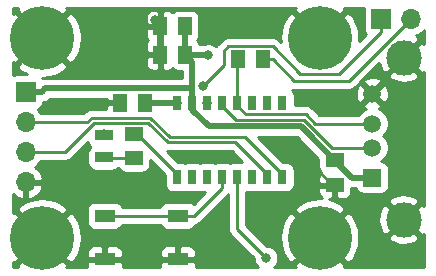
<source format=gbr>
G04 #@! TF.GenerationSoftware,KiCad,Pcbnew,5.1.0-unknown-ee14da3~82~ubuntu16.04.1*
G04 #@! TF.CreationDate,2019-04-08T19:12:28+02:00*
G04 #@! TF.ProjectId,UsbAmpel,55736241-6d70-4656-9c2e-6b696361645f,rev?*
G04 #@! TF.SameCoordinates,Original*
G04 #@! TF.FileFunction,Copper,L1,Top*
G04 #@! TF.FilePolarity,Positive*
%FSLAX46Y46*%
G04 Gerber Fmt 4.6, Leading zero omitted, Abs format (unit mm)*
G04 Created by KiCad (PCBNEW 5.1.0-unknown-ee14da3~82~ubuntu16.04.1) date 2019-04-08 19:12:28*
%MOMM*%
%LPD*%
G04 APERTURE LIST*
%ADD10R,1.145000X1.500000*%
%ADD11C,0.800000*%
%ADD12C,5.400000*%
%ADD13R,1.800000X1.100000*%
%ADD14O,1.700000X1.700000*%
%ADD15R,1.700000X1.700000*%
%ADD16R,0.800000X1.300000*%
%ADD17R,1.500000X1.145000*%
%ADD18R,1.500000X0.970000*%
%ADD19C,3.000000*%
%ADD20R,1.500000X1.500000*%
%ADD21C,1.500000*%
%ADD22C,0.250000*%
%ADD23C,0.500000*%
%ADD24C,0.254000*%
G04 APERTURE END LIST*
D10*
X190955000Y-100711000D03*
X193040000Y-100711000D03*
X190955000Y-98298000D03*
X193040000Y-98298000D03*
D11*
X205901891Y-97882109D03*
X204470000Y-97289000D03*
X203038109Y-97882109D03*
X202445000Y-99314000D03*
X203038109Y-100745891D03*
X204470000Y-101339000D03*
X205901891Y-100745891D03*
X206495000Y-99314000D03*
D12*
X204470000Y-99314000D03*
D13*
X192457000Y-118055000D03*
X186257000Y-118055000D03*
X192457000Y-114355000D03*
X186257000Y-114355000D03*
D11*
X205901891Y-114773109D03*
X204470000Y-114180000D03*
X203038109Y-114773109D03*
X202445000Y-116205000D03*
X203038109Y-117636891D03*
X204470000Y-118230000D03*
X205901891Y-117636891D03*
X206495000Y-116205000D03*
D12*
X204470000Y-116205000D03*
D11*
X182406891Y-114773109D03*
X180975000Y-114180000D03*
X179543109Y-114773109D03*
X178950000Y-116205000D03*
X179543109Y-117636891D03*
X180975000Y-118230000D03*
X182406891Y-117636891D03*
X183000000Y-116205000D03*
D12*
X180975000Y-116205000D03*
D11*
X182406891Y-97882109D03*
X180975000Y-97289000D03*
X179543109Y-97882109D03*
X178950000Y-99314000D03*
X179543109Y-100745891D03*
X180975000Y-101339000D03*
X182406891Y-100745891D03*
X183000000Y-99314000D03*
D12*
X180975000Y-99314000D03*
D14*
X179578000Y-111506000D03*
X179578000Y-108966000D03*
X179578000Y-106426000D03*
D15*
X179578000Y-103886000D03*
D14*
X212217000Y-97663000D03*
D15*
X209677000Y-97663000D03*
D16*
X192400000Y-104800000D03*
X193680000Y-104800000D03*
X194940000Y-104800000D03*
X196210000Y-104800000D03*
X197490000Y-104800000D03*
X198760000Y-104800000D03*
X200020000Y-104800000D03*
X201300000Y-104800000D03*
X201300000Y-111100000D03*
X200020000Y-111100000D03*
X198760000Y-111100000D03*
X197490000Y-111100000D03*
X196210000Y-111100000D03*
X194940000Y-111100000D03*
X193680000Y-111100000D03*
X192400000Y-111100000D03*
D17*
X188722000Y-107415500D03*
X188722000Y-109500500D03*
D10*
X197559000Y-101092000D03*
X199644000Y-101092000D03*
D18*
X186182000Y-109413000D03*
X186182000Y-107503000D03*
D19*
X211585000Y-114685000D03*
X211585000Y-100965000D03*
D20*
X208915000Y-111125000D03*
D21*
X208915000Y-108585000D03*
X208915000Y-106555000D03*
X208915000Y-104015000D03*
D17*
X205740000Y-111760000D03*
X205740000Y-109675000D03*
D10*
X187552500Y-104775000D03*
X189637500Y-104775000D03*
D11*
X203073000Y-108585000D03*
X187452000Y-104775000D03*
X186182000Y-107442000D03*
X200025000Y-114935000D03*
X190500000Y-115570000D03*
X190500000Y-97790000D03*
X200025000Y-97790000D03*
X184785000Y-108585000D03*
X194945000Y-109220000D03*
X194945000Y-104775000D03*
X194564000Y-103378000D03*
X192400000Y-104800000D03*
X195035000Y-100787000D03*
X199935000Y-117932000D03*
D22*
X194940000Y-104780000D02*
X194945000Y-104775000D01*
X194940000Y-104800000D02*
X194940000Y-104780000D01*
X205562500Y-111760000D02*
X203073000Y-109270500D01*
X203073000Y-109270500D02*
X203073000Y-109093000D01*
X205740000Y-111760000D02*
X205562500Y-111760000D01*
X203073000Y-109093000D02*
X203073000Y-108585000D01*
D23*
X187552500Y-104775000D02*
X187452000Y-104775000D01*
X186182000Y-107503000D02*
X186182000Y-107442000D01*
X190955000Y-100711000D02*
X190955000Y-98298000D01*
D22*
X200466500Y-101092000D02*
X199644000Y-101092000D01*
X212217000Y-97663000D02*
X206940989Y-102939011D01*
X202313511Y-102939011D02*
X200466500Y-101092000D01*
X206940989Y-102939011D02*
X202313511Y-102939011D01*
D23*
X192375000Y-104775000D02*
X192400000Y-104800000D01*
X189637500Y-104775000D02*
X192375000Y-104775000D01*
D22*
X196726499Y-100016999D02*
X196342000Y-100401498D01*
X200476501Y-100016999D02*
X196726499Y-100016999D01*
X202798503Y-102339001D02*
X200476501Y-100016999D01*
X209677000Y-98763000D02*
X206100999Y-102339001D01*
X209677000Y-97663000D02*
X209677000Y-98763000D01*
X206100999Y-102339001D02*
X202798503Y-102339001D01*
X196342000Y-101600000D02*
X194564000Y-103378000D01*
X196342000Y-100401498D02*
X196342000Y-101600000D01*
D23*
X193680000Y-105415000D02*
X193680000Y-104800000D01*
X207190000Y-111125000D02*
X202865023Y-106800023D01*
X208915000Y-111125000D02*
X207190000Y-111125000D01*
X202865023Y-106800023D02*
X195065023Y-106800023D01*
X195065023Y-106800023D02*
X193680000Y-105415000D01*
X193680000Y-101351000D02*
X193040000Y-100711000D01*
X193680000Y-104800000D02*
X193680000Y-101351000D01*
X193040000Y-100711000D02*
X193040000Y-98298000D01*
X194959000Y-100711000D02*
X195035000Y-100787000D01*
X193040000Y-100711000D02*
X194959000Y-100711000D01*
X179578000Y-103886000D02*
X180928000Y-103886000D01*
X193680000Y-103650000D02*
X193680000Y-104800000D01*
X193604999Y-103574999D02*
X193680000Y-103650000D01*
X180928000Y-103886000D02*
X181239001Y-103574999D01*
X181239001Y-103574999D02*
X193604999Y-103574999D01*
D22*
X186269500Y-109500500D02*
X186182000Y-109413000D01*
X188722000Y-109500500D02*
X186269500Y-109500500D01*
X196210000Y-105050000D02*
X196210000Y-104800000D01*
X205484590Y-108585000D02*
X203124602Y-106225012D01*
X203124602Y-106225012D02*
X197385012Y-106225012D01*
X208915000Y-108585000D02*
X205484590Y-108585000D01*
X197385012Y-106225012D02*
X196210000Y-105050000D01*
X203311002Y-105775001D02*
X204091000Y-106555000D01*
X197490000Y-105050000D02*
X198215001Y-105775001D01*
X204091000Y-106555000D02*
X207854340Y-106555000D01*
X207854340Y-106555000D02*
X208915000Y-106555000D01*
X198215001Y-105775001D02*
X203311002Y-105775001D01*
X197490000Y-101161000D02*
X197559000Y-101092000D01*
X197490000Y-104800000D02*
X197490000Y-101161000D01*
X188965500Y-107415500D02*
X188722000Y-107415500D01*
X192400000Y-110850000D02*
X188965500Y-107415500D01*
X192400000Y-111100000D02*
X192400000Y-110850000D01*
X186257000Y-114355000D02*
X192457000Y-114355000D01*
X196210000Y-112000000D02*
X196210000Y-111100000D01*
X193855000Y-114355000D02*
X196210000Y-112000000D01*
X192457000Y-114355000D02*
X193855000Y-114355000D01*
X197490000Y-115487000D02*
X199935000Y-117932000D01*
X197490000Y-111100000D02*
X197490000Y-115487000D01*
X179578000Y-106426000D02*
X184802587Y-106426000D01*
X184802587Y-106426000D02*
X185183587Y-106045000D01*
X185183587Y-106045000D02*
X190119000Y-106045000D01*
X190119000Y-106045000D02*
X191770000Y-107696000D01*
X201300000Y-110850000D02*
X201300000Y-111100000D01*
X198146000Y-107696000D02*
X201300000Y-110850000D01*
X191770000Y-107696000D02*
X198146000Y-107696000D01*
X189955589Y-106517999D02*
X185346998Y-106517999D01*
X200020000Y-111100000D02*
X200020000Y-110850000D01*
X191583600Y-108146011D02*
X189955589Y-106517999D01*
X200020000Y-110850000D02*
X197316011Y-108146011D01*
X180780081Y-108966000D02*
X179578000Y-108966000D01*
X185346998Y-106517999D02*
X182898997Y-108966000D01*
X182898997Y-108966000D02*
X180780081Y-108966000D01*
X197316011Y-108146011D02*
X191583600Y-108146011D01*
D24*
G36*
X184842498Y-108232180D02*
G01*
X184901463Y-108342494D01*
X184980815Y-108439185D01*
X185003741Y-108458000D01*
X184980815Y-108476815D01*
X184901463Y-108573506D01*
X184842498Y-108683820D01*
X184806188Y-108803518D01*
X184793928Y-108928000D01*
X184793928Y-109898000D01*
X184806188Y-110022482D01*
X184842498Y-110142180D01*
X184901463Y-110252494D01*
X184980815Y-110349185D01*
X185077506Y-110428537D01*
X185187820Y-110487502D01*
X185307518Y-110523812D01*
X185432000Y-110536072D01*
X186932000Y-110536072D01*
X187056482Y-110523812D01*
X187176180Y-110487502D01*
X187286494Y-110428537D01*
X187383185Y-110349185D01*
X187393129Y-110337068D01*
X187441463Y-110427494D01*
X187520815Y-110524185D01*
X187617506Y-110603537D01*
X187727820Y-110662502D01*
X187847518Y-110698812D01*
X187972000Y-110711072D01*
X189472000Y-110711072D01*
X189596482Y-110698812D01*
X189716180Y-110662502D01*
X189826494Y-110603537D01*
X189923185Y-110524185D01*
X190002537Y-110427494D01*
X190061502Y-110317180D01*
X190097812Y-110197482D01*
X190110072Y-110073000D01*
X190110072Y-109634874D01*
X191361928Y-110886731D01*
X191361928Y-111750000D01*
X191374188Y-111874482D01*
X191410498Y-111994180D01*
X191469463Y-112104494D01*
X191548815Y-112201185D01*
X191645506Y-112280537D01*
X191755820Y-112339502D01*
X191875518Y-112375812D01*
X192000000Y-112388072D01*
X192800000Y-112388072D01*
X192924482Y-112375812D01*
X193040000Y-112340770D01*
X193155518Y-112375812D01*
X193280000Y-112388072D01*
X194080000Y-112388072D01*
X194204482Y-112375812D01*
X194310000Y-112343803D01*
X194415518Y-112375812D01*
X194540000Y-112388072D01*
X194747126Y-112388072D01*
X193793465Y-113341734D01*
X193711494Y-113274463D01*
X193601180Y-113215498D01*
X193481482Y-113179188D01*
X193357000Y-113166928D01*
X191557000Y-113166928D01*
X191432518Y-113179188D01*
X191312820Y-113215498D01*
X191202506Y-113274463D01*
X191105815Y-113353815D01*
X191026463Y-113450506D01*
X190967498Y-113560820D01*
X190957130Y-113595000D01*
X187756870Y-113595000D01*
X187746502Y-113560820D01*
X187687537Y-113450506D01*
X187608185Y-113353815D01*
X187511494Y-113274463D01*
X187401180Y-113215498D01*
X187281482Y-113179188D01*
X187157000Y-113166928D01*
X185357000Y-113166928D01*
X185232518Y-113179188D01*
X185112820Y-113215498D01*
X185002506Y-113274463D01*
X184905815Y-113353815D01*
X184826463Y-113450506D01*
X184767498Y-113560820D01*
X184731188Y-113680518D01*
X184718928Y-113805000D01*
X184718928Y-114905000D01*
X184731188Y-115029482D01*
X184767498Y-115149180D01*
X184826463Y-115259494D01*
X184905815Y-115356185D01*
X185002506Y-115435537D01*
X185112820Y-115494502D01*
X185232518Y-115530812D01*
X185357000Y-115543072D01*
X187157000Y-115543072D01*
X187281482Y-115530812D01*
X187401180Y-115494502D01*
X187511494Y-115435537D01*
X187608185Y-115356185D01*
X187687537Y-115259494D01*
X187746502Y-115149180D01*
X187756870Y-115115000D01*
X190957130Y-115115000D01*
X190967498Y-115149180D01*
X191026463Y-115259494D01*
X191105815Y-115356185D01*
X191202506Y-115435537D01*
X191312820Y-115494502D01*
X191432518Y-115530812D01*
X191557000Y-115543072D01*
X193357000Y-115543072D01*
X193481482Y-115530812D01*
X193601180Y-115494502D01*
X193711494Y-115435537D01*
X193808185Y-115356185D01*
X193887537Y-115259494D01*
X193946502Y-115149180D01*
X193958858Y-115108448D01*
X194003986Y-115104003D01*
X194147247Y-115060546D01*
X194279276Y-114989974D01*
X194395001Y-114895001D01*
X194418804Y-114865997D01*
X196721004Y-112563798D01*
X196730000Y-112556415D01*
X196730001Y-115449668D01*
X196726324Y-115487000D01*
X196740998Y-115635985D01*
X196784454Y-115779246D01*
X196855026Y-115911276D01*
X196860617Y-115918088D01*
X196950000Y-116027001D01*
X196978998Y-116050799D01*
X198900000Y-117971802D01*
X198900000Y-118033939D01*
X198939774Y-118233898D01*
X199017795Y-118422256D01*
X199131063Y-118591774D01*
X199259289Y-118720000D01*
X193983746Y-118720000D01*
X193995072Y-118605000D01*
X193992000Y-118340750D01*
X193833250Y-118182000D01*
X192584000Y-118182000D01*
X192584000Y-118202000D01*
X192330000Y-118202000D01*
X192330000Y-118182000D01*
X191080750Y-118182000D01*
X190922000Y-118340750D01*
X190918928Y-118605000D01*
X190930254Y-118720000D01*
X187783746Y-118720000D01*
X187795072Y-118605000D01*
X187792000Y-118340750D01*
X187633250Y-118182000D01*
X186384000Y-118182000D01*
X186384000Y-118202000D01*
X186130000Y-118202000D01*
X186130000Y-118182000D01*
X184880750Y-118182000D01*
X184722000Y-118340750D01*
X184718928Y-118605000D01*
X184730254Y-118720000D01*
X183024637Y-118720000D01*
X183140769Y-118550374D01*
X180975000Y-116384605D01*
X178809231Y-118550374D01*
X178925363Y-118720000D01*
X178460000Y-118720000D01*
X178460000Y-118254637D01*
X178629626Y-118370769D01*
X180795395Y-116205000D01*
X181154605Y-116205000D01*
X183320374Y-118370769D01*
X183758828Y-118070589D01*
X184062133Y-117505000D01*
X184718928Y-117505000D01*
X184722000Y-117769250D01*
X184880750Y-117928000D01*
X186130000Y-117928000D01*
X186130000Y-117028750D01*
X186384000Y-117028750D01*
X186384000Y-117928000D01*
X187633250Y-117928000D01*
X187792000Y-117769250D01*
X187795072Y-117505000D01*
X190918928Y-117505000D01*
X190922000Y-117769250D01*
X191080750Y-117928000D01*
X192330000Y-117928000D01*
X192330000Y-117028750D01*
X192584000Y-117028750D01*
X192584000Y-117928000D01*
X193833250Y-117928000D01*
X193992000Y-117769250D01*
X193995072Y-117505000D01*
X193982812Y-117380518D01*
X193946502Y-117260820D01*
X193887537Y-117150506D01*
X193808185Y-117053815D01*
X193711494Y-116974463D01*
X193601180Y-116915498D01*
X193481482Y-116879188D01*
X193357000Y-116866928D01*
X192742750Y-116870000D01*
X192584000Y-117028750D01*
X192330000Y-117028750D01*
X192171250Y-116870000D01*
X191557000Y-116866928D01*
X191432518Y-116879188D01*
X191312820Y-116915498D01*
X191202506Y-116974463D01*
X191105815Y-117053815D01*
X191026463Y-117150506D01*
X190967498Y-117260820D01*
X190931188Y-117380518D01*
X190918928Y-117505000D01*
X187795072Y-117505000D01*
X187782812Y-117380518D01*
X187746502Y-117260820D01*
X187687537Y-117150506D01*
X187608185Y-117053815D01*
X187511494Y-116974463D01*
X187401180Y-116915498D01*
X187281482Y-116879188D01*
X187157000Y-116866928D01*
X186542750Y-116870000D01*
X186384000Y-117028750D01*
X186130000Y-117028750D01*
X185971250Y-116870000D01*
X185357000Y-116866928D01*
X185232518Y-116879188D01*
X185112820Y-116915498D01*
X185002506Y-116974463D01*
X184905815Y-117053815D01*
X184826463Y-117150506D01*
X184767498Y-117260820D01*
X184731188Y-117380518D01*
X184718928Y-117505000D01*
X184062133Y-117505000D01*
X184069296Y-117491644D01*
X184260852Y-116863254D01*
X184326134Y-116209569D01*
X184262634Y-115555707D01*
X184072792Y-114926797D01*
X183763904Y-114347008D01*
X183758828Y-114339411D01*
X183320374Y-114039231D01*
X181154605Y-116205000D01*
X180795395Y-116205000D01*
X178629626Y-114039231D01*
X178460000Y-114155363D01*
X178460000Y-113859626D01*
X178809231Y-113859626D01*
X180975000Y-116025395D01*
X183140769Y-113859626D01*
X182840589Y-113421172D01*
X182261644Y-113110704D01*
X181633254Y-112919148D01*
X180979569Y-112853866D01*
X180325707Y-112917366D01*
X179696797Y-113107208D01*
X179117008Y-113416096D01*
X179109411Y-113421172D01*
X178809231Y-113859626D01*
X178460000Y-113859626D01*
X178460000Y-112478903D01*
X178480412Y-112506269D01*
X178696645Y-112701178D01*
X178946748Y-112850157D01*
X179221109Y-112947481D01*
X179451000Y-112826814D01*
X179451000Y-111633000D01*
X179705000Y-111633000D01*
X179705000Y-112826814D01*
X179934891Y-112947481D01*
X180209252Y-112850157D01*
X180459355Y-112701178D01*
X180675588Y-112506269D01*
X180849641Y-112272920D01*
X180974825Y-112010099D01*
X181019476Y-111862890D01*
X180898155Y-111633000D01*
X179705000Y-111633000D01*
X179451000Y-111633000D01*
X179431000Y-111633000D01*
X179431000Y-111379000D01*
X179451000Y-111379000D01*
X179451000Y-111359000D01*
X179705000Y-111359000D01*
X179705000Y-111379000D01*
X180898155Y-111379000D01*
X181019476Y-111149110D01*
X180974825Y-111001901D01*
X180849641Y-110739080D01*
X180675588Y-110505731D01*
X180459355Y-110310822D01*
X180342477Y-110241201D01*
X180407014Y-110206706D01*
X180633134Y-110021134D01*
X180818706Y-109795014D01*
X180855595Y-109726000D01*
X182861675Y-109726000D01*
X182898997Y-109729676D01*
X182936319Y-109726000D01*
X182936330Y-109726000D01*
X183047983Y-109715003D01*
X183191244Y-109671546D01*
X183323273Y-109600974D01*
X183438998Y-109506001D01*
X183462801Y-109476997D01*
X184811106Y-108128693D01*
X184842498Y-108232180D01*
X184842498Y-108232180D01*
G37*
X184842498Y-108232180D02*
X184901463Y-108342494D01*
X184980815Y-108439185D01*
X185003741Y-108458000D01*
X184980815Y-108476815D01*
X184901463Y-108573506D01*
X184842498Y-108683820D01*
X184806188Y-108803518D01*
X184793928Y-108928000D01*
X184793928Y-109898000D01*
X184806188Y-110022482D01*
X184842498Y-110142180D01*
X184901463Y-110252494D01*
X184980815Y-110349185D01*
X185077506Y-110428537D01*
X185187820Y-110487502D01*
X185307518Y-110523812D01*
X185432000Y-110536072D01*
X186932000Y-110536072D01*
X187056482Y-110523812D01*
X187176180Y-110487502D01*
X187286494Y-110428537D01*
X187383185Y-110349185D01*
X187393129Y-110337068D01*
X187441463Y-110427494D01*
X187520815Y-110524185D01*
X187617506Y-110603537D01*
X187727820Y-110662502D01*
X187847518Y-110698812D01*
X187972000Y-110711072D01*
X189472000Y-110711072D01*
X189596482Y-110698812D01*
X189716180Y-110662502D01*
X189826494Y-110603537D01*
X189923185Y-110524185D01*
X190002537Y-110427494D01*
X190061502Y-110317180D01*
X190097812Y-110197482D01*
X190110072Y-110073000D01*
X190110072Y-109634874D01*
X191361928Y-110886731D01*
X191361928Y-111750000D01*
X191374188Y-111874482D01*
X191410498Y-111994180D01*
X191469463Y-112104494D01*
X191548815Y-112201185D01*
X191645506Y-112280537D01*
X191755820Y-112339502D01*
X191875518Y-112375812D01*
X192000000Y-112388072D01*
X192800000Y-112388072D01*
X192924482Y-112375812D01*
X193040000Y-112340770D01*
X193155518Y-112375812D01*
X193280000Y-112388072D01*
X194080000Y-112388072D01*
X194204482Y-112375812D01*
X194310000Y-112343803D01*
X194415518Y-112375812D01*
X194540000Y-112388072D01*
X194747126Y-112388072D01*
X193793465Y-113341734D01*
X193711494Y-113274463D01*
X193601180Y-113215498D01*
X193481482Y-113179188D01*
X193357000Y-113166928D01*
X191557000Y-113166928D01*
X191432518Y-113179188D01*
X191312820Y-113215498D01*
X191202506Y-113274463D01*
X191105815Y-113353815D01*
X191026463Y-113450506D01*
X190967498Y-113560820D01*
X190957130Y-113595000D01*
X187756870Y-113595000D01*
X187746502Y-113560820D01*
X187687537Y-113450506D01*
X187608185Y-113353815D01*
X187511494Y-113274463D01*
X187401180Y-113215498D01*
X187281482Y-113179188D01*
X187157000Y-113166928D01*
X185357000Y-113166928D01*
X185232518Y-113179188D01*
X185112820Y-113215498D01*
X185002506Y-113274463D01*
X184905815Y-113353815D01*
X184826463Y-113450506D01*
X184767498Y-113560820D01*
X184731188Y-113680518D01*
X184718928Y-113805000D01*
X184718928Y-114905000D01*
X184731188Y-115029482D01*
X184767498Y-115149180D01*
X184826463Y-115259494D01*
X184905815Y-115356185D01*
X185002506Y-115435537D01*
X185112820Y-115494502D01*
X185232518Y-115530812D01*
X185357000Y-115543072D01*
X187157000Y-115543072D01*
X187281482Y-115530812D01*
X187401180Y-115494502D01*
X187511494Y-115435537D01*
X187608185Y-115356185D01*
X187687537Y-115259494D01*
X187746502Y-115149180D01*
X187756870Y-115115000D01*
X190957130Y-115115000D01*
X190967498Y-115149180D01*
X191026463Y-115259494D01*
X191105815Y-115356185D01*
X191202506Y-115435537D01*
X191312820Y-115494502D01*
X191432518Y-115530812D01*
X191557000Y-115543072D01*
X193357000Y-115543072D01*
X193481482Y-115530812D01*
X193601180Y-115494502D01*
X193711494Y-115435537D01*
X193808185Y-115356185D01*
X193887537Y-115259494D01*
X193946502Y-115149180D01*
X193958858Y-115108448D01*
X194003986Y-115104003D01*
X194147247Y-115060546D01*
X194279276Y-114989974D01*
X194395001Y-114895001D01*
X194418804Y-114865997D01*
X196721004Y-112563798D01*
X196730000Y-112556415D01*
X196730001Y-115449668D01*
X196726324Y-115487000D01*
X196740998Y-115635985D01*
X196784454Y-115779246D01*
X196855026Y-115911276D01*
X196860617Y-115918088D01*
X196950000Y-116027001D01*
X196978998Y-116050799D01*
X198900000Y-117971802D01*
X198900000Y-118033939D01*
X198939774Y-118233898D01*
X199017795Y-118422256D01*
X199131063Y-118591774D01*
X199259289Y-118720000D01*
X193983746Y-118720000D01*
X193995072Y-118605000D01*
X193992000Y-118340750D01*
X193833250Y-118182000D01*
X192584000Y-118182000D01*
X192584000Y-118202000D01*
X192330000Y-118202000D01*
X192330000Y-118182000D01*
X191080750Y-118182000D01*
X190922000Y-118340750D01*
X190918928Y-118605000D01*
X190930254Y-118720000D01*
X187783746Y-118720000D01*
X187795072Y-118605000D01*
X187792000Y-118340750D01*
X187633250Y-118182000D01*
X186384000Y-118182000D01*
X186384000Y-118202000D01*
X186130000Y-118202000D01*
X186130000Y-118182000D01*
X184880750Y-118182000D01*
X184722000Y-118340750D01*
X184718928Y-118605000D01*
X184730254Y-118720000D01*
X183024637Y-118720000D01*
X183140769Y-118550374D01*
X180975000Y-116384605D01*
X178809231Y-118550374D01*
X178925363Y-118720000D01*
X178460000Y-118720000D01*
X178460000Y-118254637D01*
X178629626Y-118370769D01*
X180795395Y-116205000D01*
X181154605Y-116205000D01*
X183320374Y-118370769D01*
X183758828Y-118070589D01*
X184062133Y-117505000D01*
X184718928Y-117505000D01*
X184722000Y-117769250D01*
X184880750Y-117928000D01*
X186130000Y-117928000D01*
X186130000Y-117028750D01*
X186384000Y-117028750D01*
X186384000Y-117928000D01*
X187633250Y-117928000D01*
X187792000Y-117769250D01*
X187795072Y-117505000D01*
X190918928Y-117505000D01*
X190922000Y-117769250D01*
X191080750Y-117928000D01*
X192330000Y-117928000D01*
X192330000Y-117028750D01*
X192584000Y-117028750D01*
X192584000Y-117928000D01*
X193833250Y-117928000D01*
X193992000Y-117769250D01*
X193995072Y-117505000D01*
X193982812Y-117380518D01*
X193946502Y-117260820D01*
X193887537Y-117150506D01*
X193808185Y-117053815D01*
X193711494Y-116974463D01*
X193601180Y-116915498D01*
X193481482Y-116879188D01*
X193357000Y-116866928D01*
X192742750Y-116870000D01*
X192584000Y-117028750D01*
X192330000Y-117028750D01*
X192171250Y-116870000D01*
X191557000Y-116866928D01*
X191432518Y-116879188D01*
X191312820Y-116915498D01*
X191202506Y-116974463D01*
X191105815Y-117053815D01*
X191026463Y-117150506D01*
X190967498Y-117260820D01*
X190931188Y-117380518D01*
X190918928Y-117505000D01*
X187795072Y-117505000D01*
X187782812Y-117380518D01*
X187746502Y-117260820D01*
X187687537Y-117150506D01*
X187608185Y-117053815D01*
X187511494Y-116974463D01*
X187401180Y-116915498D01*
X187281482Y-116879188D01*
X187157000Y-116866928D01*
X186542750Y-116870000D01*
X186384000Y-117028750D01*
X186130000Y-117028750D01*
X185971250Y-116870000D01*
X185357000Y-116866928D01*
X185232518Y-116879188D01*
X185112820Y-116915498D01*
X185002506Y-116974463D01*
X184905815Y-117053815D01*
X184826463Y-117150506D01*
X184767498Y-117260820D01*
X184731188Y-117380518D01*
X184718928Y-117505000D01*
X184062133Y-117505000D01*
X184069296Y-117491644D01*
X184260852Y-116863254D01*
X184326134Y-116209569D01*
X184262634Y-115555707D01*
X184072792Y-114926797D01*
X183763904Y-114347008D01*
X183758828Y-114339411D01*
X183320374Y-114039231D01*
X181154605Y-116205000D01*
X180795395Y-116205000D01*
X178629626Y-114039231D01*
X178460000Y-114155363D01*
X178460000Y-113859626D01*
X178809231Y-113859626D01*
X180975000Y-116025395D01*
X183140769Y-113859626D01*
X182840589Y-113421172D01*
X182261644Y-113110704D01*
X181633254Y-112919148D01*
X180979569Y-112853866D01*
X180325707Y-112917366D01*
X179696797Y-113107208D01*
X179117008Y-113416096D01*
X179109411Y-113421172D01*
X178809231Y-113859626D01*
X178460000Y-113859626D01*
X178460000Y-112478903D01*
X178480412Y-112506269D01*
X178696645Y-112701178D01*
X178946748Y-112850157D01*
X179221109Y-112947481D01*
X179451000Y-112826814D01*
X179451000Y-111633000D01*
X179705000Y-111633000D01*
X179705000Y-112826814D01*
X179934891Y-112947481D01*
X180209252Y-112850157D01*
X180459355Y-112701178D01*
X180675588Y-112506269D01*
X180849641Y-112272920D01*
X180974825Y-112010099D01*
X181019476Y-111862890D01*
X180898155Y-111633000D01*
X179705000Y-111633000D01*
X179451000Y-111633000D01*
X179431000Y-111633000D01*
X179431000Y-111379000D01*
X179451000Y-111379000D01*
X179451000Y-111359000D01*
X179705000Y-111359000D01*
X179705000Y-111379000D01*
X180898155Y-111379000D01*
X181019476Y-111149110D01*
X180974825Y-111001901D01*
X180849641Y-110739080D01*
X180675588Y-110505731D01*
X180459355Y-110310822D01*
X180342477Y-110241201D01*
X180407014Y-110206706D01*
X180633134Y-110021134D01*
X180818706Y-109795014D01*
X180855595Y-109726000D01*
X182861675Y-109726000D01*
X182898997Y-109729676D01*
X182936319Y-109726000D01*
X182936330Y-109726000D01*
X183047983Y-109715003D01*
X183191244Y-109671546D01*
X183323273Y-109600974D01*
X183438998Y-109506001D01*
X183462801Y-109476997D01*
X184811106Y-108128693D01*
X184842498Y-108232180D01*
G36*
X213335001Y-99780676D02*
G01*
X213076653Y-99652952D01*
X211764605Y-100965000D01*
X213076653Y-102277048D01*
X213335001Y-102149324D01*
X213335000Y-113500676D01*
X213076653Y-113372952D01*
X211764605Y-114685000D01*
X213076653Y-115997048D01*
X213335000Y-115869324D01*
X213335000Y-118720000D01*
X206519637Y-118720000D01*
X206635769Y-118550374D01*
X204470000Y-116384605D01*
X202304231Y-118550374D01*
X202420363Y-118720000D01*
X200610711Y-118720000D01*
X200738937Y-118591774D01*
X200852205Y-118422256D01*
X200930226Y-118233898D01*
X200970000Y-118033939D01*
X200970000Y-117830061D01*
X200930226Y-117630102D01*
X200852205Y-117441744D01*
X200738937Y-117272226D01*
X200594774Y-117128063D01*
X200425256Y-117014795D01*
X200236898Y-116936774D01*
X200036939Y-116897000D01*
X199974802Y-116897000D01*
X199278233Y-116200431D01*
X201118866Y-116200431D01*
X201182366Y-116854293D01*
X201372208Y-117483203D01*
X201681096Y-118062992D01*
X201686172Y-118070589D01*
X202124626Y-118370769D01*
X204290395Y-116205000D01*
X204649605Y-116205000D01*
X206815374Y-118370769D01*
X207253828Y-118070589D01*
X207564296Y-117491644D01*
X207755852Y-116863254D01*
X207821134Y-116209569D01*
X207817938Y-116176653D01*
X210272952Y-116176653D01*
X210428962Y-116492214D01*
X210803745Y-116683020D01*
X211208551Y-116797044D01*
X211627824Y-116829902D01*
X212045451Y-116780334D01*
X212445383Y-116650243D01*
X212741038Y-116492214D01*
X212897048Y-116176653D01*
X211585000Y-114864605D01*
X210272952Y-116176653D01*
X207817938Y-116176653D01*
X207757634Y-115555707D01*
X207567792Y-114926797D01*
X207461788Y-114727824D01*
X209440098Y-114727824D01*
X209489666Y-115145451D01*
X209619757Y-115545383D01*
X209777786Y-115841038D01*
X210093347Y-115997048D01*
X211405395Y-114685000D01*
X210093347Y-113372952D01*
X209777786Y-113528962D01*
X209586980Y-113903745D01*
X209472956Y-114308551D01*
X209440098Y-114727824D01*
X207461788Y-114727824D01*
X207258904Y-114347008D01*
X207253828Y-114339411D01*
X206815374Y-114039231D01*
X204649605Y-116205000D01*
X204290395Y-116205000D01*
X202124626Y-114039231D01*
X201686172Y-114339411D01*
X201375704Y-114918356D01*
X201184148Y-115546746D01*
X201118866Y-116200431D01*
X199278233Y-116200431D01*
X198250000Y-115172199D01*
X198250000Y-113859626D01*
X202304231Y-113859626D01*
X204470000Y-116025395D01*
X206635769Y-113859626D01*
X206335589Y-113421172D01*
X205910753Y-113193347D01*
X210272952Y-113193347D01*
X211585000Y-114505395D01*
X212897048Y-113193347D01*
X212741038Y-112877786D01*
X212366255Y-112686980D01*
X211961449Y-112572956D01*
X211542176Y-112540098D01*
X211124549Y-112589666D01*
X210724617Y-112719757D01*
X210428962Y-112877786D01*
X210272952Y-113193347D01*
X205910753Y-113193347D01*
X205756644Y-113110704D01*
X205290426Y-112968584D01*
X205454250Y-112967500D01*
X205613000Y-112808750D01*
X205613000Y-111887000D01*
X204513750Y-111887000D01*
X204355000Y-112045750D01*
X204351928Y-112332500D01*
X204364188Y-112456982D01*
X204400498Y-112576680D01*
X204459463Y-112686994D01*
X204538815Y-112783685D01*
X204635506Y-112863037D01*
X204651384Y-112871524D01*
X204474569Y-112853866D01*
X203820707Y-112917366D01*
X203191797Y-113107208D01*
X202612008Y-113416096D01*
X202604411Y-113421172D01*
X202304231Y-113859626D01*
X198250000Y-113859626D01*
X198250000Y-112377238D01*
X198360000Y-112388072D01*
X199160000Y-112388072D01*
X199284482Y-112375812D01*
X199390000Y-112343803D01*
X199495518Y-112375812D01*
X199620000Y-112388072D01*
X200420000Y-112388072D01*
X200544482Y-112375812D01*
X200660000Y-112340770D01*
X200775518Y-112375812D01*
X200900000Y-112388072D01*
X201700000Y-112388072D01*
X201824482Y-112375812D01*
X201944180Y-112339502D01*
X202054494Y-112280537D01*
X202151185Y-112201185D01*
X202230537Y-112104494D01*
X202289502Y-111994180D01*
X202325812Y-111874482D01*
X202338072Y-111750000D01*
X202338072Y-110450000D01*
X202325812Y-110325518D01*
X202289502Y-110205820D01*
X202230537Y-110095506D01*
X202151185Y-109998815D01*
X202054494Y-109919463D01*
X201944180Y-109860498D01*
X201824482Y-109824188D01*
X201700000Y-109811928D01*
X201336730Y-109811928D01*
X199209824Y-107685023D01*
X202498445Y-107685023D01*
X204351928Y-109538506D01*
X204351928Y-110247500D01*
X204364188Y-110371982D01*
X204400498Y-110491680D01*
X204459463Y-110601994D01*
X204538815Y-110698685D01*
X204561741Y-110717500D01*
X204538815Y-110736315D01*
X204459463Y-110833006D01*
X204400498Y-110943320D01*
X204364188Y-111063018D01*
X204351928Y-111187500D01*
X204355000Y-111474250D01*
X204513750Y-111633000D01*
X205613000Y-111633000D01*
X205613000Y-111613000D01*
X205867000Y-111613000D01*
X205867000Y-111633000D01*
X205887000Y-111633000D01*
X205887000Y-111887000D01*
X205867000Y-111887000D01*
X205867000Y-112808750D01*
X206025750Y-112967500D01*
X206490000Y-112970572D01*
X206614482Y-112958312D01*
X206734180Y-112922002D01*
X206844494Y-112863037D01*
X206941185Y-112783685D01*
X207020537Y-112686994D01*
X207079502Y-112576680D01*
X207115812Y-112456982D01*
X207128072Y-112332500D01*
X207125000Y-112045750D01*
X207082993Y-112003743D01*
X207146523Y-112010000D01*
X207146533Y-112010000D01*
X207189999Y-112014281D01*
X207233465Y-112010000D01*
X207542379Y-112010000D01*
X207575498Y-112119180D01*
X207634463Y-112229494D01*
X207713815Y-112326185D01*
X207810506Y-112405537D01*
X207920820Y-112464502D01*
X208040518Y-112500812D01*
X208165000Y-112513072D01*
X209665000Y-112513072D01*
X209789482Y-112500812D01*
X209909180Y-112464502D01*
X210019494Y-112405537D01*
X210116185Y-112326185D01*
X210195537Y-112229494D01*
X210254502Y-112119180D01*
X210290812Y-111999482D01*
X210303072Y-111875000D01*
X210303072Y-110375000D01*
X210290812Y-110250518D01*
X210254502Y-110130820D01*
X210195537Y-110020506D01*
X210116185Y-109923815D01*
X210019494Y-109844463D01*
X209909180Y-109785498D01*
X209789482Y-109749188D01*
X209681517Y-109738555D01*
X209797886Y-109660799D01*
X209990799Y-109467886D01*
X210142371Y-109241043D01*
X210246775Y-108988989D01*
X210300000Y-108721411D01*
X210300000Y-108448589D01*
X210246775Y-108181011D01*
X210142371Y-107928957D01*
X209990799Y-107702114D01*
X209858685Y-107570000D01*
X209990799Y-107437886D01*
X210142371Y-107211043D01*
X210246775Y-106958989D01*
X210300000Y-106691411D01*
X210300000Y-106418589D01*
X210246775Y-106151011D01*
X210142371Y-105898957D01*
X209990799Y-105672114D01*
X209797886Y-105479201D01*
X209571043Y-105327629D01*
X209471721Y-105286489D01*
X209513832Y-105271277D01*
X209626863Y-105210860D01*
X209692388Y-104971993D01*
X208915000Y-104194605D01*
X208137612Y-104971993D01*
X208203137Y-105210860D01*
X208361477Y-105285164D01*
X208258957Y-105327629D01*
X208032114Y-105479201D01*
X207839201Y-105672114D01*
X207757091Y-105795000D01*
X204405802Y-105795000D01*
X203874801Y-105263998D01*
X203851003Y-105235000D01*
X203735278Y-105140027D01*
X203603249Y-105069455D01*
X203459988Y-105025998D01*
X203348335Y-105015001D01*
X203348325Y-105015001D01*
X203311002Y-105011325D01*
X203273680Y-105015001D01*
X202338072Y-105015001D01*
X202338072Y-104150000D01*
X202331916Y-104087492D01*
X207525188Y-104087492D01*
X207566035Y-104357238D01*
X207658723Y-104613832D01*
X207719140Y-104726863D01*
X207958007Y-104792388D01*
X208735395Y-104015000D01*
X209094605Y-104015000D01*
X209871993Y-104792388D01*
X210110860Y-104726863D01*
X210226760Y-104479884D01*
X210292250Y-104215040D01*
X210304812Y-103942508D01*
X210263965Y-103672762D01*
X210171277Y-103416168D01*
X210110860Y-103303137D01*
X209871993Y-103237612D01*
X209094605Y-104015000D01*
X208735395Y-104015000D01*
X207958007Y-103237612D01*
X207719140Y-103303137D01*
X207603240Y-103550116D01*
X207537750Y-103814960D01*
X207525188Y-104087492D01*
X202331916Y-104087492D01*
X202325812Y-104025518D01*
X202289502Y-103905820D01*
X202230537Y-103795506D01*
X202151185Y-103698815D01*
X202122485Y-103675261D01*
X202164525Y-103688014D01*
X202276178Y-103699011D01*
X202276188Y-103699011D01*
X202313510Y-103702687D01*
X202350833Y-103699011D01*
X206903667Y-103699011D01*
X206940989Y-103702687D01*
X206978311Y-103699011D01*
X206978322Y-103699011D01*
X207089975Y-103688014D01*
X207233236Y-103644557D01*
X207365265Y-103573985D01*
X207480990Y-103479012D01*
X207504793Y-103450008D01*
X207896794Y-103058007D01*
X208137612Y-103058007D01*
X208915000Y-103835395D01*
X209692388Y-103058007D01*
X209626863Y-102819140D01*
X209379884Y-102703240D01*
X209115040Y-102637750D01*
X208842508Y-102625188D01*
X208572762Y-102666035D01*
X208316168Y-102758723D01*
X208203137Y-102819140D01*
X208137612Y-103058007D01*
X207896794Y-103058007D01*
X208498148Y-102456653D01*
X210272952Y-102456653D01*
X210428962Y-102772214D01*
X210803745Y-102963020D01*
X211208551Y-103077044D01*
X211627824Y-103109902D01*
X212045451Y-103060334D01*
X212445383Y-102930243D01*
X212741038Y-102772214D01*
X212897048Y-102456653D01*
X211585000Y-101144605D01*
X210272952Y-102456653D01*
X208498148Y-102456653D01*
X209499406Y-101455395D01*
X209619757Y-101825383D01*
X209777786Y-102121038D01*
X210093347Y-102277048D01*
X211405395Y-100965000D01*
X211391253Y-100950858D01*
X211570858Y-100771253D01*
X211585000Y-100785395D01*
X212897048Y-99473347D01*
X212741038Y-99157786D01*
X212615578Y-99093913D01*
X212788034Y-99041599D01*
X213046014Y-98903706D01*
X213272134Y-98718134D01*
X213335001Y-98641531D01*
X213335001Y-99780676D01*
X213335001Y-99780676D01*
G37*
X213335001Y-99780676D02*
X213076653Y-99652952D01*
X211764605Y-100965000D01*
X213076653Y-102277048D01*
X213335001Y-102149324D01*
X213335000Y-113500676D01*
X213076653Y-113372952D01*
X211764605Y-114685000D01*
X213076653Y-115997048D01*
X213335000Y-115869324D01*
X213335000Y-118720000D01*
X206519637Y-118720000D01*
X206635769Y-118550374D01*
X204470000Y-116384605D01*
X202304231Y-118550374D01*
X202420363Y-118720000D01*
X200610711Y-118720000D01*
X200738937Y-118591774D01*
X200852205Y-118422256D01*
X200930226Y-118233898D01*
X200970000Y-118033939D01*
X200970000Y-117830061D01*
X200930226Y-117630102D01*
X200852205Y-117441744D01*
X200738937Y-117272226D01*
X200594774Y-117128063D01*
X200425256Y-117014795D01*
X200236898Y-116936774D01*
X200036939Y-116897000D01*
X199974802Y-116897000D01*
X199278233Y-116200431D01*
X201118866Y-116200431D01*
X201182366Y-116854293D01*
X201372208Y-117483203D01*
X201681096Y-118062992D01*
X201686172Y-118070589D01*
X202124626Y-118370769D01*
X204290395Y-116205000D01*
X204649605Y-116205000D01*
X206815374Y-118370769D01*
X207253828Y-118070589D01*
X207564296Y-117491644D01*
X207755852Y-116863254D01*
X207821134Y-116209569D01*
X207817938Y-116176653D01*
X210272952Y-116176653D01*
X210428962Y-116492214D01*
X210803745Y-116683020D01*
X211208551Y-116797044D01*
X211627824Y-116829902D01*
X212045451Y-116780334D01*
X212445383Y-116650243D01*
X212741038Y-116492214D01*
X212897048Y-116176653D01*
X211585000Y-114864605D01*
X210272952Y-116176653D01*
X207817938Y-116176653D01*
X207757634Y-115555707D01*
X207567792Y-114926797D01*
X207461788Y-114727824D01*
X209440098Y-114727824D01*
X209489666Y-115145451D01*
X209619757Y-115545383D01*
X209777786Y-115841038D01*
X210093347Y-115997048D01*
X211405395Y-114685000D01*
X210093347Y-113372952D01*
X209777786Y-113528962D01*
X209586980Y-113903745D01*
X209472956Y-114308551D01*
X209440098Y-114727824D01*
X207461788Y-114727824D01*
X207258904Y-114347008D01*
X207253828Y-114339411D01*
X206815374Y-114039231D01*
X204649605Y-116205000D01*
X204290395Y-116205000D01*
X202124626Y-114039231D01*
X201686172Y-114339411D01*
X201375704Y-114918356D01*
X201184148Y-115546746D01*
X201118866Y-116200431D01*
X199278233Y-116200431D01*
X198250000Y-115172199D01*
X198250000Y-113859626D01*
X202304231Y-113859626D01*
X204470000Y-116025395D01*
X206635769Y-113859626D01*
X206335589Y-113421172D01*
X205910753Y-113193347D01*
X210272952Y-113193347D01*
X211585000Y-114505395D01*
X212897048Y-113193347D01*
X212741038Y-112877786D01*
X212366255Y-112686980D01*
X211961449Y-112572956D01*
X211542176Y-112540098D01*
X211124549Y-112589666D01*
X210724617Y-112719757D01*
X210428962Y-112877786D01*
X210272952Y-113193347D01*
X205910753Y-113193347D01*
X205756644Y-113110704D01*
X205290426Y-112968584D01*
X205454250Y-112967500D01*
X205613000Y-112808750D01*
X205613000Y-111887000D01*
X204513750Y-111887000D01*
X204355000Y-112045750D01*
X204351928Y-112332500D01*
X204364188Y-112456982D01*
X204400498Y-112576680D01*
X204459463Y-112686994D01*
X204538815Y-112783685D01*
X204635506Y-112863037D01*
X204651384Y-112871524D01*
X204474569Y-112853866D01*
X203820707Y-112917366D01*
X203191797Y-113107208D01*
X202612008Y-113416096D01*
X202604411Y-113421172D01*
X202304231Y-113859626D01*
X198250000Y-113859626D01*
X198250000Y-112377238D01*
X198360000Y-112388072D01*
X199160000Y-112388072D01*
X199284482Y-112375812D01*
X199390000Y-112343803D01*
X199495518Y-112375812D01*
X199620000Y-112388072D01*
X200420000Y-112388072D01*
X200544482Y-112375812D01*
X200660000Y-112340770D01*
X200775518Y-112375812D01*
X200900000Y-112388072D01*
X201700000Y-112388072D01*
X201824482Y-112375812D01*
X201944180Y-112339502D01*
X202054494Y-112280537D01*
X202151185Y-112201185D01*
X202230537Y-112104494D01*
X202289502Y-111994180D01*
X202325812Y-111874482D01*
X202338072Y-111750000D01*
X202338072Y-110450000D01*
X202325812Y-110325518D01*
X202289502Y-110205820D01*
X202230537Y-110095506D01*
X202151185Y-109998815D01*
X202054494Y-109919463D01*
X201944180Y-109860498D01*
X201824482Y-109824188D01*
X201700000Y-109811928D01*
X201336730Y-109811928D01*
X199209824Y-107685023D01*
X202498445Y-107685023D01*
X204351928Y-109538506D01*
X204351928Y-110247500D01*
X204364188Y-110371982D01*
X204400498Y-110491680D01*
X204459463Y-110601994D01*
X204538815Y-110698685D01*
X204561741Y-110717500D01*
X204538815Y-110736315D01*
X204459463Y-110833006D01*
X204400498Y-110943320D01*
X204364188Y-111063018D01*
X204351928Y-111187500D01*
X204355000Y-111474250D01*
X204513750Y-111633000D01*
X205613000Y-111633000D01*
X205613000Y-111613000D01*
X205867000Y-111613000D01*
X205867000Y-111633000D01*
X205887000Y-111633000D01*
X205887000Y-111887000D01*
X205867000Y-111887000D01*
X205867000Y-112808750D01*
X206025750Y-112967500D01*
X206490000Y-112970572D01*
X206614482Y-112958312D01*
X206734180Y-112922002D01*
X206844494Y-112863037D01*
X206941185Y-112783685D01*
X207020537Y-112686994D01*
X207079502Y-112576680D01*
X207115812Y-112456982D01*
X207128072Y-112332500D01*
X207125000Y-112045750D01*
X207082993Y-112003743D01*
X207146523Y-112010000D01*
X207146533Y-112010000D01*
X207189999Y-112014281D01*
X207233465Y-112010000D01*
X207542379Y-112010000D01*
X207575498Y-112119180D01*
X207634463Y-112229494D01*
X207713815Y-112326185D01*
X207810506Y-112405537D01*
X207920820Y-112464502D01*
X208040518Y-112500812D01*
X208165000Y-112513072D01*
X209665000Y-112513072D01*
X209789482Y-112500812D01*
X209909180Y-112464502D01*
X210019494Y-112405537D01*
X210116185Y-112326185D01*
X210195537Y-112229494D01*
X210254502Y-112119180D01*
X210290812Y-111999482D01*
X210303072Y-111875000D01*
X210303072Y-110375000D01*
X210290812Y-110250518D01*
X210254502Y-110130820D01*
X210195537Y-110020506D01*
X210116185Y-109923815D01*
X210019494Y-109844463D01*
X209909180Y-109785498D01*
X209789482Y-109749188D01*
X209681517Y-109738555D01*
X209797886Y-109660799D01*
X209990799Y-109467886D01*
X210142371Y-109241043D01*
X210246775Y-108988989D01*
X210300000Y-108721411D01*
X210300000Y-108448589D01*
X210246775Y-108181011D01*
X210142371Y-107928957D01*
X209990799Y-107702114D01*
X209858685Y-107570000D01*
X209990799Y-107437886D01*
X210142371Y-107211043D01*
X210246775Y-106958989D01*
X210300000Y-106691411D01*
X210300000Y-106418589D01*
X210246775Y-106151011D01*
X210142371Y-105898957D01*
X209990799Y-105672114D01*
X209797886Y-105479201D01*
X209571043Y-105327629D01*
X209471721Y-105286489D01*
X209513832Y-105271277D01*
X209626863Y-105210860D01*
X209692388Y-104971993D01*
X208915000Y-104194605D01*
X208137612Y-104971993D01*
X208203137Y-105210860D01*
X208361477Y-105285164D01*
X208258957Y-105327629D01*
X208032114Y-105479201D01*
X207839201Y-105672114D01*
X207757091Y-105795000D01*
X204405802Y-105795000D01*
X203874801Y-105263998D01*
X203851003Y-105235000D01*
X203735278Y-105140027D01*
X203603249Y-105069455D01*
X203459988Y-105025998D01*
X203348335Y-105015001D01*
X203348325Y-105015001D01*
X203311002Y-105011325D01*
X203273680Y-105015001D01*
X202338072Y-105015001D01*
X202338072Y-104150000D01*
X202331916Y-104087492D01*
X207525188Y-104087492D01*
X207566035Y-104357238D01*
X207658723Y-104613832D01*
X207719140Y-104726863D01*
X207958007Y-104792388D01*
X208735395Y-104015000D01*
X209094605Y-104015000D01*
X209871993Y-104792388D01*
X210110860Y-104726863D01*
X210226760Y-104479884D01*
X210292250Y-104215040D01*
X210304812Y-103942508D01*
X210263965Y-103672762D01*
X210171277Y-103416168D01*
X210110860Y-103303137D01*
X209871993Y-103237612D01*
X209094605Y-104015000D01*
X208735395Y-104015000D01*
X207958007Y-103237612D01*
X207719140Y-103303137D01*
X207603240Y-103550116D01*
X207537750Y-103814960D01*
X207525188Y-104087492D01*
X202331916Y-104087492D01*
X202325812Y-104025518D01*
X202289502Y-103905820D01*
X202230537Y-103795506D01*
X202151185Y-103698815D01*
X202122485Y-103675261D01*
X202164525Y-103688014D01*
X202276178Y-103699011D01*
X202276188Y-103699011D01*
X202313510Y-103702687D01*
X202350833Y-103699011D01*
X206903667Y-103699011D01*
X206940989Y-103702687D01*
X206978311Y-103699011D01*
X206978322Y-103699011D01*
X207089975Y-103688014D01*
X207233236Y-103644557D01*
X207365265Y-103573985D01*
X207480990Y-103479012D01*
X207504793Y-103450008D01*
X207896794Y-103058007D01*
X208137612Y-103058007D01*
X208915000Y-103835395D01*
X209692388Y-103058007D01*
X209626863Y-102819140D01*
X209379884Y-102703240D01*
X209115040Y-102637750D01*
X208842508Y-102625188D01*
X208572762Y-102666035D01*
X208316168Y-102758723D01*
X208203137Y-102819140D01*
X208137612Y-103058007D01*
X207896794Y-103058007D01*
X208498148Y-102456653D01*
X210272952Y-102456653D01*
X210428962Y-102772214D01*
X210803745Y-102963020D01*
X211208551Y-103077044D01*
X211627824Y-103109902D01*
X212045451Y-103060334D01*
X212445383Y-102930243D01*
X212741038Y-102772214D01*
X212897048Y-102456653D01*
X211585000Y-101144605D01*
X210272952Y-102456653D01*
X208498148Y-102456653D01*
X209499406Y-101455395D01*
X209619757Y-101825383D01*
X209777786Y-102121038D01*
X210093347Y-102277048D01*
X211405395Y-100965000D01*
X211391253Y-100950858D01*
X211570858Y-100771253D01*
X211585000Y-100785395D01*
X212897048Y-99473347D01*
X212741038Y-99157786D01*
X212615578Y-99093913D01*
X212788034Y-99041599D01*
X213046014Y-98903706D01*
X213272134Y-98718134D01*
X213335001Y-98641531D01*
X213335001Y-99780676D01*
G36*
X191546267Y-108906011D02*
G01*
X191546276Y-108906011D01*
X191583599Y-108909687D01*
X191620922Y-108906011D01*
X197001210Y-108906011D01*
X197908998Y-109813799D01*
X197890000Y-109811928D01*
X197090000Y-109811928D01*
X196965518Y-109824188D01*
X196850000Y-109859230D01*
X196734482Y-109824188D01*
X196610000Y-109811928D01*
X195810000Y-109811928D01*
X195685518Y-109824188D01*
X195575000Y-109857713D01*
X195464482Y-109824188D01*
X195340000Y-109811928D01*
X194540000Y-109811928D01*
X194415518Y-109824188D01*
X194310000Y-109856197D01*
X194204482Y-109824188D01*
X194080000Y-109811928D01*
X193280000Y-109811928D01*
X193155518Y-109824188D01*
X193040000Y-109859230D01*
X192924482Y-109824188D01*
X192800000Y-109811928D01*
X192436731Y-109811928D01*
X191529125Y-108904323D01*
X191546267Y-108906011D01*
X191546267Y-108906011D01*
G37*
X191546267Y-108906011D02*
X191546276Y-108906011D01*
X191583599Y-108909687D01*
X191620922Y-108906011D01*
X197001210Y-108906011D01*
X197908998Y-109813799D01*
X197890000Y-109811928D01*
X197090000Y-109811928D01*
X196965518Y-109824188D01*
X196850000Y-109859230D01*
X196734482Y-109824188D01*
X196610000Y-109811928D01*
X195810000Y-109811928D01*
X195685518Y-109824188D01*
X195575000Y-109857713D01*
X195464482Y-109824188D01*
X195340000Y-109811928D01*
X194540000Y-109811928D01*
X194415518Y-109824188D01*
X194310000Y-109856197D01*
X194204482Y-109824188D01*
X194080000Y-109811928D01*
X193280000Y-109811928D01*
X193155518Y-109824188D01*
X193040000Y-109859230D01*
X192924482Y-109824188D01*
X192800000Y-109811928D01*
X192436731Y-109811928D01*
X191529125Y-108904323D01*
X191546267Y-108906011D01*
G36*
X186309000Y-107376000D02*
G01*
X186329000Y-107376000D01*
X186329000Y-107630000D01*
X186309000Y-107630000D01*
X186309000Y-107650000D01*
X186055000Y-107650000D01*
X186055000Y-107630000D01*
X186035000Y-107630000D01*
X186035000Y-107376000D01*
X186055000Y-107376000D01*
X186055000Y-107356000D01*
X186309000Y-107356000D01*
X186309000Y-107376000D01*
X186309000Y-107376000D01*
G37*
X186309000Y-107376000D02*
X186329000Y-107376000D01*
X186329000Y-107630000D01*
X186309000Y-107630000D01*
X186309000Y-107650000D01*
X186055000Y-107650000D01*
X186055000Y-107630000D01*
X186035000Y-107630000D01*
X186035000Y-107376000D01*
X186055000Y-107376000D01*
X186055000Y-107356000D01*
X186309000Y-107356000D01*
X186309000Y-107376000D01*
G36*
X186345000Y-104489250D02*
G01*
X186503750Y-104648000D01*
X187425500Y-104648000D01*
X187425500Y-104628000D01*
X187679500Y-104628000D01*
X187679500Y-104648000D01*
X187699500Y-104648000D01*
X187699500Y-104902000D01*
X187679500Y-104902000D01*
X187679500Y-104922000D01*
X187425500Y-104922000D01*
X187425500Y-104902000D01*
X186503750Y-104902000D01*
X186345000Y-105060750D01*
X186343516Y-105285000D01*
X185220909Y-105285000D01*
X185183586Y-105281324D01*
X185146263Y-105285000D01*
X185146254Y-105285000D01*
X185034601Y-105295997D01*
X184891340Y-105339454D01*
X184759311Y-105410026D01*
X184643586Y-105504999D01*
X184619783Y-105534003D01*
X184487786Y-105666000D01*
X180855595Y-105666000D01*
X180818706Y-105596986D01*
X180633134Y-105370866D01*
X180603313Y-105346393D01*
X180672180Y-105325502D01*
X180782494Y-105266537D01*
X180879185Y-105187185D01*
X180958537Y-105090494D01*
X181017502Y-104980180D01*
X181053812Y-104860482D01*
X181063518Y-104761935D01*
X181101490Y-104758195D01*
X181268313Y-104707589D01*
X181422059Y-104625411D01*
X181556817Y-104514817D01*
X181584534Y-104481044D01*
X181605579Y-104459999D01*
X186344806Y-104459999D01*
X186345000Y-104489250D01*
X186345000Y-104489250D01*
G37*
X186345000Y-104489250D02*
X186503750Y-104648000D01*
X187425500Y-104648000D01*
X187425500Y-104628000D01*
X187679500Y-104628000D01*
X187679500Y-104648000D01*
X187699500Y-104648000D01*
X187699500Y-104902000D01*
X187679500Y-104902000D01*
X187679500Y-104922000D01*
X187425500Y-104922000D01*
X187425500Y-104902000D01*
X186503750Y-104902000D01*
X186345000Y-105060750D01*
X186343516Y-105285000D01*
X185220909Y-105285000D01*
X185183586Y-105281324D01*
X185146263Y-105285000D01*
X185146254Y-105285000D01*
X185034601Y-105295997D01*
X184891340Y-105339454D01*
X184759311Y-105410026D01*
X184643586Y-105504999D01*
X184619783Y-105534003D01*
X184487786Y-105666000D01*
X180855595Y-105666000D01*
X180818706Y-105596986D01*
X180633134Y-105370866D01*
X180603313Y-105346393D01*
X180672180Y-105325502D01*
X180782494Y-105266537D01*
X180879185Y-105187185D01*
X180958537Y-105090494D01*
X181017502Y-104980180D01*
X181053812Y-104860482D01*
X181063518Y-104761935D01*
X181101490Y-104758195D01*
X181268313Y-104707589D01*
X181422059Y-104625411D01*
X181556817Y-104514817D01*
X181584534Y-104481044D01*
X181605579Y-104459999D01*
X186344806Y-104459999D01*
X186345000Y-104489250D01*
G36*
X195067000Y-104673000D02*
G01*
X195087000Y-104673000D01*
X195087000Y-104927000D01*
X195067000Y-104927000D01*
X195067000Y-104947000D01*
X194813000Y-104947000D01*
X194813000Y-104927000D01*
X194793000Y-104927000D01*
X194793000Y-104673000D01*
X194813000Y-104673000D01*
X194813000Y-104653000D01*
X195067000Y-104653000D01*
X195067000Y-104673000D01*
X195067000Y-104673000D01*
G37*
X195067000Y-104673000D02*
X195087000Y-104673000D01*
X195087000Y-104927000D01*
X195067000Y-104927000D01*
X195067000Y-104947000D01*
X194813000Y-104947000D01*
X194813000Y-104927000D01*
X194793000Y-104927000D01*
X194793000Y-104673000D01*
X194813000Y-104673000D01*
X194813000Y-104653000D01*
X195067000Y-104653000D01*
X195067000Y-104673000D01*
G36*
X178809231Y-96968626D02*
G01*
X180975000Y-99134395D01*
X183140769Y-96968626D01*
X183024637Y-96799000D01*
X202420363Y-96799000D01*
X202304231Y-96968626D01*
X204470000Y-99134395D01*
X206635769Y-96968626D01*
X206519637Y-96799000D01*
X208190307Y-96799000D01*
X208188928Y-96813000D01*
X208188928Y-98513000D01*
X208201188Y-98637482D01*
X208237498Y-98757180D01*
X208296463Y-98867494D01*
X208375815Y-98964185D01*
X208389655Y-98975543D01*
X207796116Y-99569083D01*
X207821134Y-99318569D01*
X207757634Y-98664707D01*
X207567792Y-98035797D01*
X207258904Y-97456008D01*
X207253828Y-97448411D01*
X206815374Y-97148231D01*
X204649605Y-99314000D01*
X204663748Y-99328143D01*
X204484143Y-99507748D01*
X204470000Y-99493605D01*
X204455858Y-99507748D01*
X204276253Y-99328143D01*
X204290395Y-99314000D01*
X202124626Y-97148231D01*
X201686172Y-97448411D01*
X201375704Y-98027356D01*
X201184148Y-98655746D01*
X201118866Y-99309431D01*
X201148459Y-99614156D01*
X201040305Y-99506002D01*
X201016502Y-99476998D01*
X200900777Y-99382025D01*
X200768748Y-99311453D01*
X200625487Y-99267996D01*
X200513834Y-99256999D01*
X200513823Y-99256999D01*
X200476501Y-99253323D01*
X200439179Y-99256999D01*
X196763824Y-99256999D01*
X196726499Y-99253323D01*
X196689174Y-99256999D01*
X196689166Y-99256999D01*
X196577513Y-99267996D01*
X196434252Y-99311453D01*
X196302223Y-99382025D01*
X196186498Y-99476998D01*
X196162695Y-99506002D01*
X195831003Y-99837694D01*
X195801999Y-99861497D01*
X195777939Y-99890815D01*
X195707026Y-99977222D01*
X195700724Y-99989013D01*
X195694774Y-99983063D01*
X195525256Y-99869795D01*
X195336898Y-99791774D01*
X195136939Y-99752000D01*
X194933061Y-99752000D01*
X194733102Y-99791774D01*
X194650474Y-99826000D01*
X194235121Y-99826000D01*
X194202002Y-99716820D01*
X194143037Y-99606506D01*
X194063685Y-99509815D01*
X194057209Y-99504500D01*
X194063685Y-99499185D01*
X194143037Y-99402494D01*
X194202002Y-99292180D01*
X194238312Y-99172482D01*
X194250572Y-99048000D01*
X194250572Y-97548000D01*
X194238312Y-97423518D01*
X194202002Y-97303820D01*
X194143037Y-97193506D01*
X194063685Y-97096815D01*
X193966994Y-97017463D01*
X193856680Y-96958498D01*
X193736982Y-96922188D01*
X193612500Y-96909928D01*
X192467500Y-96909928D01*
X192343018Y-96922188D01*
X192223320Y-96958498D01*
X192113006Y-97017463D01*
X192016315Y-97096815D01*
X191997500Y-97119741D01*
X191978685Y-97096815D01*
X191881994Y-97017463D01*
X191771680Y-96958498D01*
X191651982Y-96922188D01*
X191527500Y-96909928D01*
X191240750Y-96913000D01*
X191082000Y-97071750D01*
X191082000Y-98171000D01*
X191102000Y-98171000D01*
X191102000Y-98425000D01*
X191082000Y-98425000D01*
X191082000Y-100584000D01*
X191102000Y-100584000D01*
X191102000Y-100838000D01*
X191082000Y-100838000D01*
X191082000Y-101937250D01*
X191240750Y-102096000D01*
X191527500Y-102099072D01*
X191651982Y-102086812D01*
X191771680Y-102050502D01*
X191881994Y-101991537D01*
X191978685Y-101912185D01*
X191997500Y-101889259D01*
X192016315Y-101912185D01*
X192113006Y-101991537D01*
X192223320Y-102050502D01*
X192343018Y-102086812D01*
X192467500Y-102099072D01*
X192795001Y-102099072D01*
X192795001Y-102689999D01*
X181282470Y-102689999D01*
X181239001Y-102685718D01*
X181195532Y-102689999D01*
X181195524Y-102689999D01*
X181065511Y-102702804D01*
X180983258Y-102727755D01*
X180958537Y-102681506D01*
X180942840Y-102662379D01*
X180970431Y-102665134D01*
X181624293Y-102601634D01*
X182253203Y-102411792D01*
X182832992Y-102102904D01*
X182840589Y-102097828D01*
X183140769Y-101659374D01*
X180975000Y-99493605D01*
X178809231Y-101659374D01*
X179109411Y-102097828D01*
X179669022Y-102397928D01*
X178728000Y-102397928D01*
X178603518Y-102410188D01*
X178483820Y-102446498D01*
X178460000Y-102459230D01*
X178460000Y-101363637D01*
X178629626Y-101479769D01*
X180795395Y-99314000D01*
X181154605Y-99314000D01*
X183320374Y-101479769D01*
X183347788Y-101461000D01*
X189744428Y-101461000D01*
X189756688Y-101585482D01*
X189792998Y-101705180D01*
X189851963Y-101815494D01*
X189931315Y-101912185D01*
X190028006Y-101991537D01*
X190138320Y-102050502D01*
X190258018Y-102086812D01*
X190382500Y-102099072D01*
X190669250Y-102096000D01*
X190828000Y-101937250D01*
X190828000Y-100838000D01*
X189906250Y-100838000D01*
X189747500Y-100996750D01*
X189744428Y-101461000D01*
X183347788Y-101461000D01*
X183758828Y-101179589D01*
X184069296Y-100600644D01*
X184260852Y-99972254D01*
X184326134Y-99318569D01*
X184299858Y-99048000D01*
X189744428Y-99048000D01*
X189756688Y-99172482D01*
X189792998Y-99292180D01*
X189851963Y-99402494D01*
X189931315Y-99499185D01*
X189937791Y-99504500D01*
X189931315Y-99509815D01*
X189851963Y-99606506D01*
X189792998Y-99716820D01*
X189756688Y-99836518D01*
X189744428Y-99961000D01*
X189747500Y-100425250D01*
X189906250Y-100584000D01*
X190828000Y-100584000D01*
X190828000Y-98425000D01*
X189906250Y-98425000D01*
X189747500Y-98583750D01*
X189744428Y-99048000D01*
X184299858Y-99048000D01*
X184262634Y-98664707D01*
X184072792Y-98035797D01*
X183812914Y-97548000D01*
X189744428Y-97548000D01*
X189747500Y-98012250D01*
X189906250Y-98171000D01*
X190828000Y-98171000D01*
X190828000Y-97071750D01*
X190669250Y-96913000D01*
X190382500Y-96909928D01*
X190258018Y-96922188D01*
X190138320Y-96958498D01*
X190028006Y-97017463D01*
X189931315Y-97096815D01*
X189851963Y-97193506D01*
X189792998Y-97303820D01*
X189756688Y-97423518D01*
X189744428Y-97548000D01*
X183812914Y-97548000D01*
X183763904Y-97456008D01*
X183758828Y-97448411D01*
X183320374Y-97148231D01*
X181154605Y-99314000D01*
X180795395Y-99314000D01*
X178629626Y-97148231D01*
X178460000Y-97264363D01*
X178460000Y-96799000D01*
X178925363Y-96799000D01*
X178809231Y-96968626D01*
X178809231Y-96968626D01*
G37*
X178809231Y-96968626D02*
X180975000Y-99134395D01*
X183140769Y-96968626D01*
X183024637Y-96799000D01*
X202420363Y-96799000D01*
X202304231Y-96968626D01*
X204470000Y-99134395D01*
X206635769Y-96968626D01*
X206519637Y-96799000D01*
X208190307Y-96799000D01*
X208188928Y-96813000D01*
X208188928Y-98513000D01*
X208201188Y-98637482D01*
X208237498Y-98757180D01*
X208296463Y-98867494D01*
X208375815Y-98964185D01*
X208389655Y-98975543D01*
X207796116Y-99569083D01*
X207821134Y-99318569D01*
X207757634Y-98664707D01*
X207567792Y-98035797D01*
X207258904Y-97456008D01*
X207253828Y-97448411D01*
X206815374Y-97148231D01*
X204649605Y-99314000D01*
X204663748Y-99328143D01*
X204484143Y-99507748D01*
X204470000Y-99493605D01*
X204455858Y-99507748D01*
X204276253Y-99328143D01*
X204290395Y-99314000D01*
X202124626Y-97148231D01*
X201686172Y-97448411D01*
X201375704Y-98027356D01*
X201184148Y-98655746D01*
X201118866Y-99309431D01*
X201148459Y-99614156D01*
X201040305Y-99506002D01*
X201016502Y-99476998D01*
X200900777Y-99382025D01*
X200768748Y-99311453D01*
X200625487Y-99267996D01*
X200513834Y-99256999D01*
X200513823Y-99256999D01*
X200476501Y-99253323D01*
X200439179Y-99256999D01*
X196763824Y-99256999D01*
X196726499Y-99253323D01*
X196689174Y-99256999D01*
X196689166Y-99256999D01*
X196577513Y-99267996D01*
X196434252Y-99311453D01*
X196302223Y-99382025D01*
X196186498Y-99476998D01*
X196162695Y-99506002D01*
X195831003Y-99837694D01*
X195801999Y-99861497D01*
X195777939Y-99890815D01*
X195707026Y-99977222D01*
X195700724Y-99989013D01*
X195694774Y-99983063D01*
X195525256Y-99869795D01*
X195336898Y-99791774D01*
X195136939Y-99752000D01*
X194933061Y-99752000D01*
X194733102Y-99791774D01*
X194650474Y-99826000D01*
X194235121Y-99826000D01*
X194202002Y-99716820D01*
X194143037Y-99606506D01*
X194063685Y-99509815D01*
X194057209Y-99504500D01*
X194063685Y-99499185D01*
X194143037Y-99402494D01*
X194202002Y-99292180D01*
X194238312Y-99172482D01*
X194250572Y-99048000D01*
X194250572Y-97548000D01*
X194238312Y-97423518D01*
X194202002Y-97303820D01*
X194143037Y-97193506D01*
X194063685Y-97096815D01*
X193966994Y-97017463D01*
X193856680Y-96958498D01*
X193736982Y-96922188D01*
X193612500Y-96909928D01*
X192467500Y-96909928D01*
X192343018Y-96922188D01*
X192223320Y-96958498D01*
X192113006Y-97017463D01*
X192016315Y-97096815D01*
X191997500Y-97119741D01*
X191978685Y-97096815D01*
X191881994Y-97017463D01*
X191771680Y-96958498D01*
X191651982Y-96922188D01*
X191527500Y-96909928D01*
X191240750Y-96913000D01*
X191082000Y-97071750D01*
X191082000Y-98171000D01*
X191102000Y-98171000D01*
X191102000Y-98425000D01*
X191082000Y-98425000D01*
X191082000Y-100584000D01*
X191102000Y-100584000D01*
X191102000Y-100838000D01*
X191082000Y-100838000D01*
X191082000Y-101937250D01*
X191240750Y-102096000D01*
X191527500Y-102099072D01*
X191651982Y-102086812D01*
X191771680Y-102050502D01*
X191881994Y-101991537D01*
X191978685Y-101912185D01*
X191997500Y-101889259D01*
X192016315Y-101912185D01*
X192113006Y-101991537D01*
X192223320Y-102050502D01*
X192343018Y-102086812D01*
X192467500Y-102099072D01*
X192795001Y-102099072D01*
X192795001Y-102689999D01*
X181282470Y-102689999D01*
X181239001Y-102685718D01*
X181195532Y-102689999D01*
X181195524Y-102689999D01*
X181065511Y-102702804D01*
X180983258Y-102727755D01*
X180958537Y-102681506D01*
X180942840Y-102662379D01*
X180970431Y-102665134D01*
X181624293Y-102601634D01*
X182253203Y-102411792D01*
X182832992Y-102102904D01*
X182840589Y-102097828D01*
X183140769Y-101659374D01*
X180975000Y-99493605D01*
X178809231Y-101659374D01*
X179109411Y-102097828D01*
X179669022Y-102397928D01*
X178728000Y-102397928D01*
X178603518Y-102410188D01*
X178483820Y-102446498D01*
X178460000Y-102459230D01*
X178460000Y-101363637D01*
X178629626Y-101479769D01*
X180795395Y-99314000D01*
X181154605Y-99314000D01*
X183320374Y-101479769D01*
X183347788Y-101461000D01*
X189744428Y-101461000D01*
X189756688Y-101585482D01*
X189792998Y-101705180D01*
X189851963Y-101815494D01*
X189931315Y-101912185D01*
X190028006Y-101991537D01*
X190138320Y-102050502D01*
X190258018Y-102086812D01*
X190382500Y-102099072D01*
X190669250Y-102096000D01*
X190828000Y-101937250D01*
X190828000Y-100838000D01*
X189906250Y-100838000D01*
X189747500Y-100996750D01*
X189744428Y-101461000D01*
X183347788Y-101461000D01*
X183758828Y-101179589D01*
X184069296Y-100600644D01*
X184260852Y-99972254D01*
X184326134Y-99318569D01*
X184299858Y-99048000D01*
X189744428Y-99048000D01*
X189756688Y-99172482D01*
X189792998Y-99292180D01*
X189851963Y-99402494D01*
X189931315Y-99499185D01*
X189937791Y-99504500D01*
X189931315Y-99509815D01*
X189851963Y-99606506D01*
X189792998Y-99716820D01*
X189756688Y-99836518D01*
X189744428Y-99961000D01*
X189747500Y-100425250D01*
X189906250Y-100584000D01*
X190828000Y-100584000D01*
X190828000Y-98425000D01*
X189906250Y-98425000D01*
X189747500Y-98583750D01*
X189744428Y-99048000D01*
X184299858Y-99048000D01*
X184262634Y-98664707D01*
X184072792Y-98035797D01*
X183812914Y-97548000D01*
X189744428Y-97548000D01*
X189747500Y-98012250D01*
X189906250Y-98171000D01*
X190828000Y-98171000D01*
X190828000Y-97071750D01*
X190669250Y-96913000D01*
X190382500Y-96909928D01*
X190258018Y-96922188D01*
X190138320Y-96958498D01*
X190028006Y-97017463D01*
X189931315Y-97096815D01*
X189851963Y-97193506D01*
X189792998Y-97303820D01*
X189756688Y-97423518D01*
X189744428Y-97548000D01*
X183812914Y-97548000D01*
X183763904Y-97456008D01*
X183758828Y-97448411D01*
X183320374Y-97148231D01*
X181154605Y-99314000D01*
X180795395Y-99314000D01*
X178629626Y-97148231D01*
X178460000Y-97264363D01*
X178460000Y-96799000D01*
X178925363Y-96799000D01*
X178809231Y-96968626D01*
M02*

</source>
